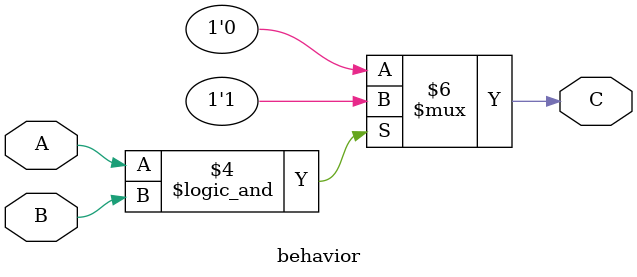
<source format=v>
module behavior (
    input wire A,
    input wire B,
    output reg C
);
always @(*) begin
    if (A == 1'b1 && B == 1'b1) begin
        C = 1'b1;
    end 
    else begin
        C = 1'b0;
    end
end
endmodule
</source>
